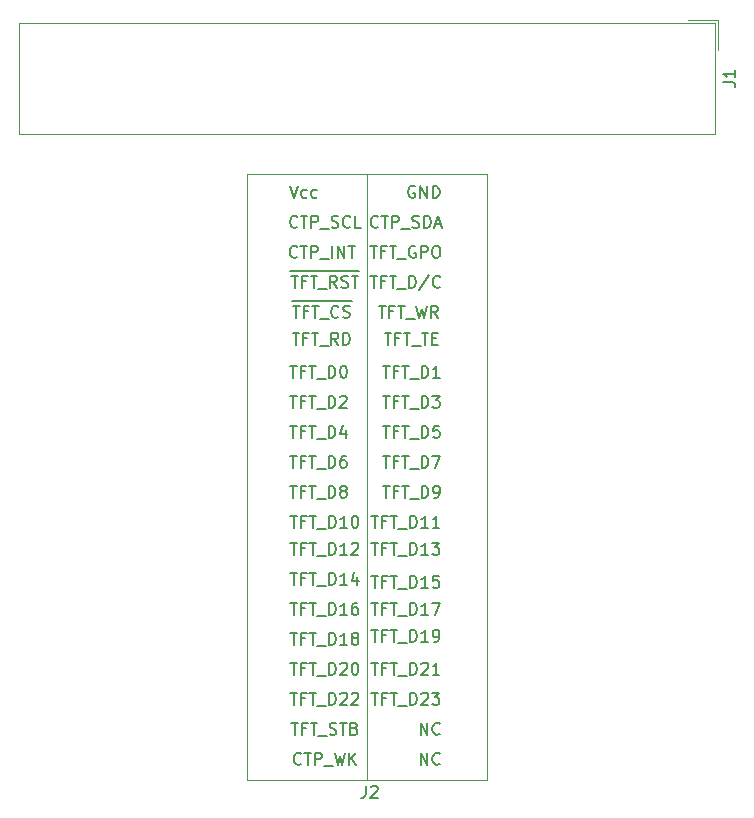
<source format=gto>
G04 #@! TF.GenerationSoftware,KiCad,Pcbnew,(5.1.5)-3*
G04 #@! TF.CreationDate,2020-05-25T10:48:09-05:00*
G04 #@! TF.ProjectId,breakout_board_2x20,62726561-6b6f-4757-945f-626f6172645f,rev?*
G04 #@! TF.SameCoordinates,Original*
G04 #@! TF.FileFunction,Legend,Top*
G04 #@! TF.FilePolarity,Positive*
%FSLAX46Y46*%
G04 Gerber Fmt 4.6, Leading zero omitted, Abs format (unit mm)*
G04 Created by KiCad (PCBNEW (5.1.5)-3) date 2020-05-25 10:48:09*
%MOMM*%
%LPD*%
G04 APERTURE LIST*
%ADD10C,0.120000*%
%ADD11C,0.150000*%
G04 APERTURE END LIST*
D10*
X154940000Y-46228000D02*
X154940000Y-97536000D01*
X144780000Y-97536000D02*
X165100000Y-97536000D01*
X144780000Y-46228000D02*
X144780000Y-97536000D01*
X165100000Y-46228000D02*
X165100000Y-97536000D01*
X144780000Y-46228000D02*
X165100000Y-46228000D01*
X184670000Y-33175000D02*
X184670000Y-35715000D01*
X184670000Y-33175000D02*
X182130000Y-33175000D01*
X184420000Y-33425000D02*
X184420000Y-42775000D01*
X125460000Y-33425000D02*
X184420000Y-33425000D01*
X125460000Y-42775000D02*
X125460000Y-33425000D01*
X184420000Y-42775000D02*
X125460000Y-42775000D01*
D11*
X154860666Y-98004380D02*
X154860666Y-98718666D01*
X154813047Y-98861523D01*
X154717809Y-98956761D01*
X154574952Y-99004380D01*
X154479714Y-99004380D01*
X155289238Y-98099619D02*
X155336857Y-98052000D01*
X155432095Y-98004380D01*
X155670190Y-98004380D01*
X155765428Y-98052000D01*
X155813047Y-98099619D01*
X155860666Y-98194857D01*
X155860666Y-98290095D01*
X155813047Y-98432952D01*
X155241619Y-99004380D01*
X155860666Y-99004380D01*
X159488285Y-96210380D02*
X159488285Y-95210380D01*
X160059714Y-96210380D01*
X160059714Y-95210380D01*
X161107333Y-96115142D02*
X161059714Y-96162761D01*
X160916857Y-96210380D01*
X160821619Y-96210380D01*
X160678761Y-96162761D01*
X160583523Y-96067523D01*
X160535904Y-95972285D01*
X160488285Y-95781809D01*
X160488285Y-95638952D01*
X160535904Y-95448476D01*
X160583523Y-95353238D01*
X160678761Y-95258000D01*
X160821619Y-95210380D01*
X160916857Y-95210380D01*
X161059714Y-95258000D01*
X161107333Y-95305619D01*
X159488285Y-93670380D02*
X159488285Y-92670380D01*
X160059714Y-93670380D01*
X160059714Y-92670380D01*
X161107333Y-93575142D02*
X161059714Y-93622761D01*
X160916857Y-93670380D01*
X160821619Y-93670380D01*
X160678761Y-93622761D01*
X160583523Y-93527523D01*
X160535904Y-93432285D01*
X160488285Y-93241809D01*
X160488285Y-93098952D01*
X160535904Y-92908476D01*
X160583523Y-92813238D01*
X160678761Y-92718000D01*
X160821619Y-92670380D01*
X160916857Y-92670380D01*
X161059714Y-92718000D01*
X161107333Y-92765619D01*
X149360190Y-96115142D02*
X149312571Y-96162761D01*
X149169714Y-96210380D01*
X149074476Y-96210380D01*
X148931619Y-96162761D01*
X148836380Y-96067523D01*
X148788761Y-95972285D01*
X148741142Y-95781809D01*
X148741142Y-95638952D01*
X148788761Y-95448476D01*
X148836380Y-95353238D01*
X148931619Y-95258000D01*
X149074476Y-95210380D01*
X149169714Y-95210380D01*
X149312571Y-95258000D01*
X149360190Y-95305619D01*
X149645904Y-95210380D02*
X150217333Y-95210380D01*
X149931619Y-96210380D02*
X149931619Y-95210380D01*
X150550666Y-96210380D02*
X150550666Y-95210380D01*
X150931619Y-95210380D01*
X151026857Y-95258000D01*
X151074476Y-95305619D01*
X151122095Y-95400857D01*
X151122095Y-95543714D01*
X151074476Y-95638952D01*
X151026857Y-95686571D01*
X150931619Y-95734190D01*
X150550666Y-95734190D01*
X151312571Y-96305619D02*
X152074476Y-96305619D01*
X152217333Y-95210380D02*
X152455428Y-96210380D01*
X152645904Y-95496095D01*
X152836380Y-96210380D01*
X153074476Y-95210380D01*
X153455428Y-96210380D02*
X153455428Y-95210380D01*
X154026857Y-96210380D02*
X153598285Y-95638952D01*
X154026857Y-95210380D02*
X153455428Y-95781809D01*
X148550666Y-92670380D02*
X149122095Y-92670380D01*
X148836380Y-93670380D02*
X148836380Y-92670380D01*
X149788761Y-93146571D02*
X149455428Y-93146571D01*
X149455428Y-93670380D02*
X149455428Y-92670380D01*
X149931619Y-92670380D01*
X150169714Y-92670380D02*
X150741142Y-92670380D01*
X150455428Y-93670380D02*
X150455428Y-92670380D01*
X150836380Y-93765619D02*
X151598285Y-93765619D01*
X151788761Y-93622761D02*
X151931619Y-93670380D01*
X152169714Y-93670380D01*
X152264952Y-93622761D01*
X152312571Y-93575142D01*
X152360190Y-93479904D01*
X152360190Y-93384666D01*
X152312571Y-93289428D01*
X152264952Y-93241809D01*
X152169714Y-93194190D01*
X151979238Y-93146571D01*
X151884000Y-93098952D01*
X151836380Y-93051333D01*
X151788761Y-92956095D01*
X151788761Y-92860857D01*
X151836380Y-92765619D01*
X151884000Y-92718000D01*
X151979238Y-92670380D01*
X152217333Y-92670380D01*
X152360190Y-92718000D01*
X152645904Y-92670380D02*
X153217333Y-92670380D01*
X152931619Y-93670380D02*
X152931619Y-92670380D01*
X153884000Y-93146571D02*
X154026857Y-93194190D01*
X154074476Y-93241809D01*
X154122095Y-93337047D01*
X154122095Y-93479904D01*
X154074476Y-93575142D01*
X154026857Y-93622761D01*
X153931619Y-93670380D01*
X153550666Y-93670380D01*
X153550666Y-92670380D01*
X153884000Y-92670380D01*
X153979238Y-92718000D01*
X154026857Y-92765619D01*
X154074476Y-92860857D01*
X154074476Y-92956095D01*
X154026857Y-93051333D01*
X153979238Y-93098952D01*
X153884000Y-93146571D01*
X153550666Y-93146571D01*
X155313428Y-90130380D02*
X155884857Y-90130380D01*
X155599142Y-91130380D02*
X155599142Y-90130380D01*
X156551523Y-90606571D02*
X156218190Y-90606571D01*
X156218190Y-91130380D02*
X156218190Y-90130380D01*
X156694380Y-90130380D01*
X156932476Y-90130380D02*
X157503904Y-90130380D01*
X157218190Y-91130380D02*
X157218190Y-90130380D01*
X157599142Y-91225619D02*
X158361047Y-91225619D01*
X158599142Y-91130380D02*
X158599142Y-90130380D01*
X158837238Y-90130380D01*
X158980095Y-90178000D01*
X159075333Y-90273238D01*
X159122952Y-90368476D01*
X159170571Y-90558952D01*
X159170571Y-90701809D01*
X159122952Y-90892285D01*
X159075333Y-90987523D01*
X158980095Y-91082761D01*
X158837238Y-91130380D01*
X158599142Y-91130380D01*
X159551523Y-90225619D02*
X159599142Y-90178000D01*
X159694380Y-90130380D01*
X159932476Y-90130380D01*
X160027714Y-90178000D01*
X160075333Y-90225619D01*
X160122952Y-90320857D01*
X160122952Y-90416095D01*
X160075333Y-90558952D01*
X159503904Y-91130380D01*
X160122952Y-91130380D01*
X160456285Y-90130380D02*
X161075333Y-90130380D01*
X160742000Y-90511333D01*
X160884857Y-90511333D01*
X160980095Y-90558952D01*
X161027714Y-90606571D01*
X161075333Y-90701809D01*
X161075333Y-90939904D01*
X161027714Y-91035142D01*
X160980095Y-91082761D01*
X160884857Y-91130380D01*
X160599142Y-91130380D01*
X160503904Y-91082761D01*
X160456285Y-91035142D01*
X155313428Y-87590380D02*
X155884857Y-87590380D01*
X155599142Y-88590380D02*
X155599142Y-87590380D01*
X156551523Y-88066571D02*
X156218190Y-88066571D01*
X156218190Y-88590380D02*
X156218190Y-87590380D01*
X156694380Y-87590380D01*
X156932476Y-87590380D02*
X157503904Y-87590380D01*
X157218190Y-88590380D02*
X157218190Y-87590380D01*
X157599142Y-88685619D02*
X158361047Y-88685619D01*
X158599142Y-88590380D02*
X158599142Y-87590380D01*
X158837238Y-87590380D01*
X158980095Y-87638000D01*
X159075333Y-87733238D01*
X159122952Y-87828476D01*
X159170571Y-88018952D01*
X159170571Y-88161809D01*
X159122952Y-88352285D01*
X159075333Y-88447523D01*
X158980095Y-88542761D01*
X158837238Y-88590380D01*
X158599142Y-88590380D01*
X159551523Y-87685619D02*
X159599142Y-87638000D01*
X159694380Y-87590380D01*
X159932476Y-87590380D01*
X160027714Y-87638000D01*
X160075333Y-87685619D01*
X160122952Y-87780857D01*
X160122952Y-87876095D01*
X160075333Y-88018952D01*
X159503904Y-88590380D01*
X160122952Y-88590380D01*
X161075333Y-88590380D02*
X160503904Y-88590380D01*
X160789619Y-88590380D02*
X160789619Y-87590380D01*
X160694380Y-87733238D01*
X160599142Y-87828476D01*
X160503904Y-87876095D01*
X155313428Y-84796380D02*
X155884857Y-84796380D01*
X155599142Y-85796380D02*
X155599142Y-84796380D01*
X156551523Y-85272571D02*
X156218190Y-85272571D01*
X156218190Y-85796380D02*
X156218190Y-84796380D01*
X156694380Y-84796380D01*
X156932476Y-84796380D02*
X157503904Y-84796380D01*
X157218190Y-85796380D02*
X157218190Y-84796380D01*
X157599142Y-85891619D02*
X158361047Y-85891619D01*
X158599142Y-85796380D02*
X158599142Y-84796380D01*
X158837238Y-84796380D01*
X158980095Y-84844000D01*
X159075333Y-84939238D01*
X159122952Y-85034476D01*
X159170571Y-85224952D01*
X159170571Y-85367809D01*
X159122952Y-85558285D01*
X159075333Y-85653523D01*
X158980095Y-85748761D01*
X158837238Y-85796380D01*
X158599142Y-85796380D01*
X160122952Y-85796380D02*
X159551523Y-85796380D01*
X159837238Y-85796380D02*
X159837238Y-84796380D01*
X159742000Y-84939238D01*
X159646761Y-85034476D01*
X159551523Y-85082095D01*
X160599142Y-85796380D02*
X160789619Y-85796380D01*
X160884857Y-85748761D01*
X160932476Y-85701142D01*
X161027714Y-85558285D01*
X161075333Y-85367809D01*
X161075333Y-84986857D01*
X161027714Y-84891619D01*
X160980095Y-84844000D01*
X160884857Y-84796380D01*
X160694380Y-84796380D01*
X160599142Y-84844000D01*
X160551523Y-84891619D01*
X160503904Y-84986857D01*
X160503904Y-85224952D01*
X160551523Y-85320190D01*
X160599142Y-85367809D01*
X160694380Y-85415428D01*
X160884857Y-85415428D01*
X160980095Y-85367809D01*
X161027714Y-85320190D01*
X161075333Y-85224952D01*
X155313428Y-82510380D02*
X155884857Y-82510380D01*
X155599142Y-83510380D02*
X155599142Y-82510380D01*
X156551523Y-82986571D02*
X156218190Y-82986571D01*
X156218190Y-83510380D02*
X156218190Y-82510380D01*
X156694380Y-82510380D01*
X156932476Y-82510380D02*
X157503904Y-82510380D01*
X157218190Y-83510380D02*
X157218190Y-82510380D01*
X157599142Y-83605619D02*
X158361047Y-83605619D01*
X158599142Y-83510380D02*
X158599142Y-82510380D01*
X158837238Y-82510380D01*
X158980095Y-82558000D01*
X159075333Y-82653238D01*
X159122952Y-82748476D01*
X159170571Y-82938952D01*
X159170571Y-83081809D01*
X159122952Y-83272285D01*
X159075333Y-83367523D01*
X158980095Y-83462761D01*
X158837238Y-83510380D01*
X158599142Y-83510380D01*
X160122952Y-83510380D02*
X159551523Y-83510380D01*
X159837238Y-83510380D02*
X159837238Y-82510380D01*
X159742000Y-82653238D01*
X159646761Y-82748476D01*
X159551523Y-82796095D01*
X160456285Y-82510380D02*
X161122952Y-82510380D01*
X160694380Y-83510380D01*
X155313428Y-80224380D02*
X155884857Y-80224380D01*
X155599142Y-81224380D02*
X155599142Y-80224380D01*
X156551523Y-80700571D02*
X156218190Y-80700571D01*
X156218190Y-81224380D02*
X156218190Y-80224380D01*
X156694380Y-80224380D01*
X156932476Y-80224380D02*
X157503904Y-80224380D01*
X157218190Y-81224380D02*
X157218190Y-80224380D01*
X157599142Y-81319619D02*
X158361047Y-81319619D01*
X158599142Y-81224380D02*
X158599142Y-80224380D01*
X158837238Y-80224380D01*
X158980095Y-80272000D01*
X159075333Y-80367238D01*
X159122952Y-80462476D01*
X159170571Y-80652952D01*
X159170571Y-80795809D01*
X159122952Y-80986285D01*
X159075333Y-81081523D01*
X158980095Y-81176761D01*
X158837238Y-81224380D01*
X158599142Y-81224380D01*
X160122952Y-81224380D02*
X159551523Y-81224380D01*
X159837238Y-81224380D02*
X159837238Y-80224380D01*
X159742000Y-80367238D01*
X159646761Y-80462476D01*
X159551523Y-80510095D01*
X161027714Y-80224380D02*
X160551523Y-80224380D01*
X160503904Y-80700571D01*
X160551523Y-80652952D01*
X160646761Y-80605333D01*
X160884857Y-80605333D01*
X160980095Y-80652952D01*
X161027714Y-80700571D01*
X161075333Y-80795809D01*
X161075333Y-81033904D01*
X161027714Y-81129142D01*
X160980095Y-81176761D01*
X160884857Y-81224380D01*
X160646761Y-81224380D01*
X160551523Y-81176761D01*
X160503904Y-81129142D01*
X155313428Y-77430380D02*
X155884857Y-77430380D01*
X155599142Y-78430380D02*
X155599142Y-77430380D01*
X156551523Y-77906571D02*
X156218190Y-77906571D01*
X156218190Y-78430380D02*
X156218190Y-77430380D01*
X156694380Y-77430380D01*
X156932476Y-77430380D02*
X157503904Y-77430380D01*
X157218190Y-78430380D02*
X157218190Y-77430380D01*
X157599142Y-78525619D02*
X158361047Y-78525619D01*
X158599142Y-78430380D02*
X158599142Y-77430380D01*
X158837238Y-77430380D01*
X158980095Y-77478000D01*
X159075333Y-77573238D01*
X159122952Y-77668476D01*
X159170571Y-77858952D01*
X159170571Y-78001809D01*
X159122952Y-78192285D01*
X159075333Y-78287523D01*
X158980095Y-78382761D01*
X158837238Y-78430380D01*
X158599142Y-78430380D01*
X160122952Y-78430380D02*
X159551523Y-78430380D01*
X159837238Y-78430380D02*
X159837238Y-77430380D01*
X159742000Y-77573238D01*
X159646761Y-77668476D01*
X159551523Y-77716095D01*
X160456285Y-77430380D02*
X161075333Y-77430380D01*
X160742000Y-77811333D01*
X160884857Y-77811333D01*
X160980095Y-77858952D01*
X161027714Y-77906571D01*
X161075333Y-78001809D01*
X161075333Y-78239904D01*
X161027714Y-78335142D01*
X160980095Y-78382761D01*
X160884857Y-78430380D01*
X160599142Y-78430380D01*
X160503904Y-78382761D01*
X160456285Y-78335142D01*
X148455428Y-90130380D02*
X149026857Y-90130380D01*
X148741142Y-91130380D02*
X148741142Y-90130380D01*
X149693523Y-90606571D02*
X149360190Y-90606571D01*
X149360190Y-91130380D02*
X149360190Y-90130380D01*
X149836380Y-90130380D01*
X150074476Y-90130380D02*
X150645904Y-90130380D01*
X150360190Y-91130380D02*
X150360190Y-90130380D01*
X150741142Y-91225619D02*
X151503047Y-91225619D01*
X151741142Y-91130380D02*
X151741142Y-90130380D01*
X151979238Y-90130380D01*
X152122095Y-90178000D01*
X152217333Y-90273238D01*
X152264952Y-90368476D01*
X152312571Y-90558952D01*
X152312571Y-90701809D01*
X152264952Y-90892285D01*
X152217333Y-90987523D01*
X152122095Y-91082761D01*
X151979238Y-91130380D01*
X151741142Y-91130380D01*
X152693523Y-90225619D02*
X152741142Y-90178000D01*
X152836380Y-90130380D01*
X153074476Y-90130380D01*
X153169714Y-90178000D01*
X153217333Y-90225619D01*
X153264952Y-90320857D01*
X153264952Y-90416095D01*
X153217333Y-90558952D01*
X152645904Y-91130380D01*
X153264952Y-91130380D01*
X153645904Y-90225619D02*
X153693523Y-90178000D01*
X153788761Y-90130380D01*
X154026857Y-90130380D01*
X154122095Y-90178000D01*
X154169714Y-90225619D01*
X154217333Y-90320857D01*
X154217333Y-90416095D01*
X154169714Y-90558952D01*
X153598285Y-91130380D01*
X154217333Y-91130380D01*
X148455428Y-87590380D02*
X149026857Y-87590380D01*
X148741142Y-88590380D02*
X148741142Y-87590380D01*
X149693523Y-88066571D02*
X149360190Y-88066571D01*
X149360190Y-88590380D02*
X149360190Y-87590380D01*
X149836380Y-87590380D01*
X150074476Y-87590380D02*
X150645904Y-87590380D01*
X150360190Y-88590380D02*
X150360190Y-87590380D01*
X150741142Y-88685619D02*
X151503047Y-88685619D01*
X151741142Y-88590380D02*
X151741142Y-87590380D01*
X151979238Y-87590380D01*
X152122095Y-87638000D01*
X152217333Y-87733238D01*
X152264952Y-87828476D01*
X152312571Y-88018952D01*
X152312571Y-88161809D01*
X152264952Y-88352285D01*
X152217333Y-88447523D01*
X152122095Y-88542761D01*
X151979238Y-88590380D01*
X151741142Y-88590380D01*
X152693523Y-87685619D02*
X152741142Y-87638000D01*
X152836380Y-87590380D01*
X153074476Y-87590380D01*
X153169714Y-87638000D01*
X153217333Y-87685619D01*
X153264952Y-87780857D01*
X153264952Y-87876095D01*
X153217333Y-88018952D01*
X152645904Y-88590380D01*
X153264952Y-88590380D01*
X153884000Y-87590380D02*
X153979238Y-87590380D01*
X154074476Y-87638000D01*
X154122095Y-87685619D01*
X154169714Y-87780857D01*
X154217333Y-87971333D01*
X154217333Y-88209428D01*
X154169714Y-88399904D01*
X154122095Y-88495142D01*
X154074476Y-88542761D01*
X153979238Y-88590380D01*
X153884000Y-88590380D01*
X153788761Y-88542761D01*
X153741142Y-88495142D01*
X153693523Y-88399904D01*
X153645904Y-88209428D01*
X153645904Y-87971333D01*
X153693523Y-87780857D01*
X153741142Y-87685619D01*
X153788761Y-87638000D01*
X153884000Y-87590380D01*
X148455428Y-85050380D02*
X149026857Y-85050380D01*
X148741142Y-86050380D02*
X148741142Y-85050380D01*
X149693523Y-85526571D02*
X149360190Y-85526571D01*
X149360190Y-86050380D02*
X149360190Y-85050380D01*
X149836380Y-85050380D01*
X150074476Y-85050380D02*
X150645904Y-85050380D01*
X150360190Y-86050380D02*
X150360190Y-85050380D01*
X150741142Y-86145619D02*
X151503047Y-86145619D01*
X151741142Y-86050380D02*
X151741142Y-85050380D01*
X151979238Y-85050380D01*
X152122095Y-85098000D01*
X152217333Y-85193238D01*
X152264952Y-85288476D01*
X152312571Y-85478952D01*
X152312571Y-85621809D01*
X152264952Y-85812285D01*
X152217333Y-85907523D01*
X152122095Y-86002761D01*
X151979238Y-86050380D01*
X151741142Y-86050380D01*
X153264952Y-86050380D02*
X152693523Y-86050380D01*
X152979238Y-86050380D02*
X152979238Y-85050380D01*
X152884000Y-85193238D01*
X152788761Y-85288476D01*
X152693523Y-85336095D01*
X153836380Y-85478952D02*
X153741142Y-85431333D01*
X153693523Y-85383714D01*
X153645904Y-85288476D01*
X153645904Y-85240857D01*
X153693523Y-85145619D01*
X153741142Y-85098000D01*
X153836380Y-85050380D01*
X154026857Y-85050380D01*
X154122095Y-85098000D01*
X154169714Y-85145619D01*
X154217333Y-85240857D01*
X154217333Y-85288476D01*
X154169714Y-85383714D01*
X154122095Y-85431333D01*
X154026857Y-85478952D01*
X153836380Y-85478952D01*
X153741142Y-85526571D01*
X153693523Y-85574190D01*
X153645904Y-85669428D01*
X153645904Y-85859904D01*
X153693523Y-85955142D01*
X153741142Y-86002761D01*
X153836380Y-86050380D01*
X154026857Y-86050380D01*
X154122095Y-86002761D01*
X154169714Y-85955142D01*
X154217333Y-85859904D01*
X154217333Y-85669428D01*
X154169714Y-85574190D01*
X154122095Y-85526571D01*
X154026857Y-85478952D01*
X148455428Y-82510380D02*
X149026857Y-82510380D01*
X148741142Y-83510380D02*
X148741142Y-82510380D01*
X149693523Y-82986571D02*
X149360190Y-82986571D01*
X149360190Y-83510380D02*
X149360190Y-82510380D01*
X149836380Y-82510380D01*
X150074476Y-82510380D02*
X150645904Y-82510380D01*
X150360190Y-83510380D02*
X150360190Y-82510380D01*
X150741142Y-83605619D02*
X151503047Y-83605619D01*
X151741142Y-83510380D02*
X151741142Y-82510380D01*
X151979238Y-82510380D01*
X152122095Y-82558000D01*
X152217333Y-82653238D01*
X152264952Y-82748476D01*
X152312571Y-82938952D01*
X152312571Y-83081809D01*
X152264952Y-83272285D01*
X152217333Y-83367523D01*
X152122095Y-83462761D01*
X151979238Y-83510380D01*
X151741142Y-83510380D01*
X153264952Y-83510380D02*
X152693523Y-83510380D01*
X152979238Y-83510380D02*
X152979238Y-82510380D01*
X152884000Y-82653238D01*
X152788761Y-82748476D01*
X152693523Y-82796095D01*
X154122095Y-82510380D02*
X153931619Y-82510380D01*
X153836380Y-82558000D01*
X153788761Y-82605619D01*
X153693523Y-82748476D01*
X153645904Y-82938952D01*
X153645904Y-83319904D01*
X153693523Y-83415142D01*
X153741142Y-83462761D01*
X153836380Y-83510380D01*
X154026857Y-83510380D01*
X154122095Y-83462761D01*
X154169714Y-83415142D01*
X154217333Y-83319904D01*
X154217333Y-83081809D01*
X154169714Y-82986571D01*
X154122095Y-82938952D01*
X154026857Y-82891333D01*
X153836380Y-82891333D01*
X153741142Y-82938952D01*
X153693523Y-82986571D01*
X153645904Y-83081809D01*
X148455428Y-79970380D02*
X149026857Y-79970380D01*
X148741142Y-80970380D02*
X148741142Y-79970380D01*
X149693523Y-80446571D02*
X149360190Y-80446571D01*
X149360190Y-80970380D02*
X149360190Y-79970380D01*
X149836380Y-79970380D01*
X150074476Y-79970380D02*
X150645904Y-79970380D01*
X150360190Y-80970380D02*
X150360190Y-79970380D01*
X150741142Y-81065619D02*
X151503047Y-81065619D01*
X151741142Y-80970380D02*
X151741142Y-79970380D01*
X151979238Y-79970380D01*
X152122095Y-80018000D01*
X152217333Y-80113238D01*
X152264952Y-80208476D01*
X152312571Y-80398952D01*
X152312571Y-80541809D01*
X152264952Y-80732285D01*
X152217333Y-80827523D01*
X152122095Y-80922761D01*
X151979238Y-80970380D01*
X151741142Y-80970380D01*
X153264952Y-80970380D02*
X152693523Y-80970380D01*
X152979238Y-80970380D02*
X152979238Y-79970380D01*
X152884000Y-80113238D01*
X152788761Y-80208476D01*
X152693523Y-80256095D01*
X154122095Y-80303714D02*
X154122095Y-80970380D01*
X153884000Y-79922761D02*
X153645904Y-80637047D01*
X154264952Y-80637047D01*
X148455428Y-77430380D02*
X149026857Y-77430380D01*
X148741142Y-78430380D02*
X148741142Y-77430380D01*
X149693523Y-77906571D02*
X149360190Y-77906571D01*
X149360190Y-78430380D02*
X149360190Y-77430380D01*
X149836380Y-77430380D01*
X150074476Y-77430380D02*
X150645904Y-77430380D01*
X150360190Y-78430380D02*
X150360190Y-77430380D01*
X150741142Y-78525619D02*
X151503047Y-78525619D01*
X151741142Y-78430380D02*
X151741142Y-77430380D01*
X151979238Y-77430380D01*
X152122095Y-77478000D01*
X152217333Y-77573238D01*
X152264952Y-77668476D01*
X152312571Y-77858952D01*
X152312571Y-78001809D01*
X152264952Y-78192285D01*
X152217333Y-78287523D01*
X152122095Y-78382761D01*
X151979238Y-78430380D01*
X151741142Y-78430380D01*
X153264952Y-78430380D02*
X152693523Y-78430380D01*
X152979238Y-78430380D02*
X152979238Y-77430380D01*
X152884000Y-77573238D01*
X152788761Y-77668476D01*
X152693523Y-77716095D01*
X153645904Y-77525619D02*
X153693523Y-77478000D01*
X153788761Y-77430380D01*
X154026857Y-77430380D01*
X154122095Y-77478000D01*
X154169714Y-77525619D01*
X154217333Y-77620857D01*
X154217333Y-77716095D01*
X154169714Y-77858952D01*
X153598285Y-78430380D01*
X154217333Y-78430380D01*
X155313428Y-75144380D02*
X155884857Y-75144380D01*
X155599142Y-76144380D02*
X155599142Y-75144380D01*
X156551523Y-75620571D02*
X156218190Y-75620571D01*
X156218190Y-76144380D02*
X156218190Y-75144380D01*
X156694380Y-75144380D01*
X156932476Y-75144380D02*
X157503904Y-75144380D01*
X157218190Y-76144380D02*
X157218190Y-75144380D01*
X157599142Y-76239619D02*
X158361047Y-76239619D01*
X158599142Y-76144380D02*
X158599142Y-75144380D01*
X158837238Y-75144380D01*
X158980095Y-75192000D01*
X159075333Y-75287238D01*
X159122952Y-75382476D01*
X159170571Y-75572952D01*
X159170571Y-75715809D01*
X159122952Y-75906285D01*
X159075333Y-76001523D01*
X158980095Y-76096761D01*
X158837238Y-76144380D01*
X158599142Y-76144380D01*
X160122952Y-76144380D02*
X159551523Y-76144380D01*
X159837238Y-76144380D02*
X159837238Y-75144380D01*
X159742000Y-75287238D01*
X159646761Y-75382476D01*
X159551523Y-75430095D01*
X161075333Y-76144380D02*
X160503904Y-76144380D01*
X160789619Y-76144380D02*
X160789619Y-75144380D01*
X160694380Y-75287238D01*
X160599142Y-75382476D01*
X160503904Y-75430095D01*
X148455428Y-75144380D02*
X149026857Y-75144380D01*
X148741142Y-76144380D02*
X148741142Y-75144380D01*
X149693523Y-75620571D02*
X149360190Y-75620571D01*
X149360190Y-76144380D02*
X149360190Y-75144380D01*
X149836380Y-75144380D01*
X150074476Y-75144380D02*
X150645904Y-75144380D01*
X150360190Y-76144380D02*
X150360190Y-75144380D01*
X150741142Y-76239619D02*
X151503047Y-76239619D01*
X151741142Y-76144380D02*
X151741142Y-75144380D01*
X151979238Y-75144380D01*
X152122095Y-75192000D01*
X152217333Y-75287238D01*
X152264952Y-75382476D01*
X152312571Y-75572952D01*
X152312571Y-75715809D01*
X152264952Y-75906285D01*
X152217333Y-76001523D01*
X152122095Y-76096761D01*
X151979238Y-76144380D01*
X151741142Y-76144380D01*
X153264952Y-76144380D02*
X152693523Y-76144380D01*
X152979238Y-76144380D02*
X152979238Y-75144380D01*
X152884000Y-75287238D01*
X152788761Y-75382476D01*
X152693523Y-75430095D01*
X153884000Y-75144380D02*
X153979238Y-75144380D01*
X154074476Y-75192000D01*
X154122095Y-75239619D01*
X154169714Y-75334857D01*
X154217333Y-75525333D01*
X154217333Y-75763428D01*
X154169714Y-75953904D01*
X154122095Y-76049142D01*
X154074476Y-76096761D01*
X153979238Y-76144380D01*
X153884000Y-76144380D01*
X153788761Y-76096761D01*
X153741142Y-76049142D01*
X153693523Y-75953904D01*
X153645904Y-75763428D01*
X153645904Y-75525333D01*
X153693523Y-75334857D01*
X153741142Y-75239619D01*
X153788761Y-75192000D01*
X153884000Y-75144380D01*
X156297619Y-72604380D02*
X156869047Y-72604380D01*
X156583333Y-73604380D02*
X156583333Y-72604380D01*
X157535714Y-73080571D02*
X157202380Y-73080571D01*
X157202380Y-73604380D02*
X157202380Y-72604380D01*
X157678571Y-72604380D01*
X157916666Y-72604380D02*
X158488095Y-72604380D01*
X158202380Y-73604380D02*
X158202380Y-72604380D01*
X158583333Y-73699619D02*
X159345238Y-73699619D01*
X159583333Y-73604380D02*
X159583333Y-72604380D01*
X159821428Y-72604380D01*
X159964285Y-72652000D01*
X160059523Y-72747238D01*
X160107142Y-72842476D01*
X160154761Y-73032952D01*
X160154761Y-73175809D01*
X160107142Y-73366285D01*
X160059523Y-73461523D01*
X159964285Y-73556761D01*
X159821428Y-73604380D01*
X159583333Y-73604380D01*
X160630952Y-73604380D02*
X160821428Y-73604380D01*
X160916666Y-73556761D01*
X160964285Y-73509142D01*
X161059523Y-73366285D01*
X161107142Y-73175809D01*
X161107142Y-72794857D01*
X161059523Y-72699619D01*
X161011904Y-72652000D01*
X160916666Y-72604380D01*
X160726190Y-72604380D01*
X160630952Y-72652000D01*
X160583333Y-72699619D01*
X160535714Y-72794857D01*
X160535714Y-73032952D01*
X160583333Y-73128190D01*
X160630952Y-73175809D01*
X160726190Y-73223428D01*
X160916666Y-73223428D01*
X161011904Y-73175809D01*
X161059523Y-73128190D01*
X161107142Y-73032952D01*
X148423619Y-72604380D02*
X148995047Y-72604380D01*
X148709333Y-73604380D02*
X148709333Y-72604380D01*
X149661714Y-73080571D02*
X149328380Y-73080571D01*
X149328380Y-73604380D02*
X149328380Y-72604380D01*
X149804571Y-72604380D01*
X150042666Y-72604380D02*
X150614095Y-72604380D01*
X150328380Y-73604380D02*
X150328380Y-72604380D01*
X150709333Y-73699619D02*
X151471238Y-73699619D01*
X151709333Y-73604380D02*
X151709333Y-72604380D01*
X151947428Y-72604380D01*
X152090285Y-72652000D01*
X152185523Y-72747238D01*
X152233142Y-72842476D01*
X152280761Y-73032952D01*
X152280761Y-73175809D01*
X152233142Y-73366285D01*
X152185523Y-73461523D01*
X152090285Y-73556761D01*
X151947428Y-73604380D01*
X151709333Y-73604380D01*
X152852190Y-73032952D02*
X152756952Y-72985333D01*
X152709333Y-72937714D01*
X152661714Y-72842476D01*
X152661714Y-72794857D01*
X152709333Y-72699619D01*
X152756952Y-72652000D01*
X152852190Y-72604380D01*
X153042666Y-72604380D01*
X153137904Y-72652000D01*
X153185523Y-72699619D01*
X153233142Y-72794857D01*
X153233142Y-72842476D01*
X153185523Y-72937714D01*
X153137904Y-72985333D01*
X153042666Y-73032952D01*
X152852190Y-73032952D01*
X152756952Y-73080571D01*
X152709333Y-73128190D01*
X152661714Y-73223428D01*
X152661714Y-73413904D01*
X152709333Y-73509142D01*
X152756952Y-73556761D01*
X152852190Y-73604380D01*
X153042666Y-73604380D01*
X153137904Y-73556761D01*
X153185523Y-73509142D01*
X153233142Y-73413904D01*
X153233142Y-73223428D01*
X153185523Y-73128190D01*
X153137904Y-73080571D01*
X153042666Y-73032952D01*
X156297619Y-70064380D02*
X156869047Y-70064380D01*
X156583333Y-71064380D02*
X156583333Y-70064380D01*
X157535714Y-70540571D02*
X157202380Y-70540571D01*
X157202380Y-71064380D02*
X157202380Y-70064380D01*
X157678571Y-70064380D01*
X157916666Y-70064380D02*
X158488095Y-70064380D01*
X158202380Y-71064380D02*
X158202380Y-70064380D01*
X158583333Y-71159619D02*
X159345238Y-71159619D01*
X159583333Y-71064380D02*
X159583333Y-70064380D01*
X159821428Y-70064380D01*
X159964285Y-70112000D01*
X160059523Y-70207238D01*
X160107142Y-70302476D01*
X160154761Y-70492952D01*
X160154761Y-70635809D01*
X160107142Y-70826285D01*
X160059523Y-70921523D01*
X159964285Y-71016761D01*
X159821428Y-71064380D01*
X159583333Y-71064380D01*
X160488095Y-70064380D02*
X161154761Y-70064380D01*
X160726190Y-71064380D01*
X148423619Y-70064380D02*
X148995047Y-70064380D01*
X148709333Y-71064380D02*
X148709333Y-70064380D01*
X149661714Y-70540571D02*
X149328380Y-70540571D01*
X149328380Y-71064380D02*
X149328380Y-70064380D01*
X149804571Y-70064380D01*
X150042666Y-70064380D02*
X150614095Y-70064380D01*
X150328380Y-71064380D02*
X150328380Y-70064380D01*
X150709333Y-71159619D02*
X151471238Y-71159619D01*
X151709333Y-71064380D02*
X151709333Y-70064380D01*
X151947428Y-70064380D01*
X152090285Y-70112000D01*
X152185523Y-70207238D01*
X152233142Y-70302476D01*
X152280761Y-70492952D01*
X152280761Y-70635809D01*
X152233142Y-70826285D01*
X152185523Y-70921523D01*
X152090285Y-71016761D01*
X151947428Y-71064380D01*
X151709333Y-71064380D01*
X153137904Y-70064380D02*
X152947428Y-70064380D01*
X152852190Y-70112000D01*
X152804571Y-70159619D01*
X152709333Y-70302476D01*
X152661714Y-70492952D01*
X152661714Y-70873904D01*
X152709333Y-70969142D01*
X152756952Y-71016761D01*
X152852190Y-71064380D01*
X153042666Y-71064380D01*
X153137904Y-71016761D01*
X153185523Y-70969142D01*
X153233142Y-70873904D01*
X153233142Y-70635809D01*
X153185523Y-70540571D01*
X153137904Y-70492952D01*
X153042666Y-70445333D01*
X152852190Y-70445333D01*
X152756952Y-70492952D01*
X152709333Y-70540571D01*
X152661714Y-70635809D01*
X156297619Y-67524380D02*
X156869047Y-67524380D01*
X156583333Y-68524380D02*
X156583333Y-67524380D01*
X157535714Y-68000571D02*
X157202380Y-68000571D01*
X157202380Y-68524380D02*
X157202380Y-67524380D01*
X157678571Y-67524380D01*
X157916666Y-67524380D02*
X158488095Y-67524380D01*
X158202380Y-68524380D02*
X158202380Y-67524380D01*
X158583333Y-68619619D02*
X159345238Y-68619619D01*
X159583333Y-68524380D02*
X159583333Y-67524380D01*
X159821428Y-67524380D01*
X159964285Y-67572000D01*
X160059523Y-67667238D01*
X160107142Y-67762476D01*
X160154761Y-67952952D01*
X160154761Y-68095809D01*
X160107142Y-68286285D01*
X160059523Y-68381523D01*
X159964285Y-68476761D01*
X159821428Y-68524380D01*
X159583333Y-68524380D01*
X161059523Y-67524380D02*
X160583333Y-67524380D01*
X160535714Y-68000571D01*
X160583333Y-67952952D01*
X160678571Y-67905333D01*
X160916666Y-67905333D01*
X161011904Y-67952952D01*
X161059523Y-68000571D01*
X161107142Y-68095809D01*
X161107142Y-68333904D01*
X161059523Y-68429142D01*
X161011904Y-68476761D01*
X160916666Y-68524380D01*
X160678571Y-68524380D01*
X160583333Y-68476761D01*
X160535714Y-68429142D01*
X148423619Y-67524380D02*
X148995047Y-67524380D01*
X148709333Y-68524380D02*
X148709333Y-67524380D01*
X149661714Y-68000571D02*
X149328380Y-68000571D01*
X149328380Y-68524380D02*
X149328380Y-67524380D01*
X149804571Y-67524380D01*
X150042666Y-67524380D02*
X150614095Y-67524380D01*
X150328380Y-68524380D02*
X150328380Y-67524380D01*
X150709333Y-68619619D02*
X151471238Y-68619619D01*
X151709333Y-68524380D02*
X151709333Y-67524380D01*
X151947428Y-67524380D01*
X152090285Y-67572000D01*
X152185523Y-67667238D01*
X152233142Y-67762476D01*
X152280761Y-67952952D01*
X152280761Y-68095809D01*
X152233142Y-68286285D01*
X152185523Y-68381523D01*
X152090285Y-68476761D01*
X151947428Y-68524380D01*
X151709333Y-68524380D01*
X153137904Y-67857714D02*
X153137904Y-68524380D01*
X152899809Y-67476761D02*
X152661714Y-68191047D01*
X153280761Y-68191047D01*
X156297619Y-64984380D02*
X156869047Y-64984380D01*
X156583333Y-65984380D02*
X156583333Y-64984380D01*
X157535714Y-65460571D02*
X157202380Y-65460571D01*
X157202380Y-65984380D02*
X157202380Y-64984380D01*
X157678571Y-64984380D01*
X157916666Y-64984380D02*
X158488095Y-64984380D01*
X158202380Y-65984380D02*
X158202380Y-64984380D01*
X158583333Y-66079619D02*
X159345238Y-66079619D01*
X159583333Y-65984380D02*
X159583333Y-64984380D01*
X159821428Y-64984380D01*
X159964285Y-65032000D01*
X160059523Y-65127238D01*
X160107142Y-65222476D01*
X160154761Y-65412952D01*
X160154761Y-65555809D01*
X160107142Y-65746285D01*
X160059523Y-65841523D01*
X159964285Y-65936761D01*
X159821428Y-65984380D01*
X159583333Y-65984380D01*
X160488095Y-64984380D02*
X161107142Y-64984380D01*
X160773809Y-65365333D01*
X160916666Y-65365333D01*
X161011904Y-65412952D01*
X161059523Y-65460571D01*
X161107142Y-65555809D01*
X161107142Y-65793904D01*
X161059523Y-65889142D01*
X161011904Y-65936761D01*
X160916666Y-65984380D01*
X160630952Y-65984380D01*
X160535714Y-65936761D01*
X160488095Y-65889142D01*
X148423619Y-64984380D02*
X148995047Y-64984380D01*
X148709333Y-65984380D02*
X148709333Y-64984380D01*
X149661714Y-65460571D02*
X149328380Y-65460571D01*
X149328380Y-65984380D02*
X149328380Y-64984380D01*
X149804571Y-64984380D01*
X150042666Y-64984380D02*
X150614095Y-64984380D01*
X150328380Y-65984380D02*
X150328380Y-64984380D01*
X150709333Y-66079619D02*
X151471238Y-66079619D01*
X151709333Y-65984380D02*
X151709333Y-64984380D01*
X151947428Y-64984380D01*
X152090285Y-65032000D01*
X152185523Y-65127238D01*
X152233142Y-65222476D01*
X152280761Y-65412952D01*
X152280761Y-65555809D01*
X152233142Y-65746285D01*
X152185523Y-65841523D01*
X152090285Y-65936761D01*
X151947428Y-65984380D01*
X151709333Y-65984380D01*
X152661714Y-65079619D02*
X152709333Y-65032000D01*
X152804571Y-64984380D01*
X153042666Y-64984380D01*
X153137904Y-65032000D01*
X153185523Y-65079619D01*
X153233142Y-65174857D01*
X153233142Y-65270095D01*
X153185523Y-65412952D01*
X152614095Y-65984380D01*
X153233142Y-65984380D01*
X156297619Y-62444380D02*
X156869047Y-62444380D01*
X156583333Y-63444380D02*
X156583333Y-62444380D01*
X157535714Y-62920571D02*
X157202380Y-62920571D01*
X157202380Y-63444380D02*
X157202380Y-62444380D01*
X157678571Y-62444380D01*
X157916666Y-62444380D02*
X158488095Y-62444380D01*
X158202380Y-63444380D02*
X158202380Y-62444380D01*
X158583333Y-63539619D02*
X159345238Y-63539619D01*
X159583333Y-63444380D02*
X159583333Y-62444380D01*
X159821428Y-62444380D01*
X159964285Y-62492000D01*
X160059523Y-62587238D01*
X160107142Y-62682476D01*
X160154761Y-62872952D01*
X160154761Y-63015809D01*
X160107142Y-63206285D01*
X160059523Y-63301523D01*
X159964285Y-63396761D01*
X159821428Y-63444380D01*
X159583333Y-63444380D01*
X161107142Y-63444380D02*
X160535714Y-63444380D01*
X160821428Y-63444380D02*
X160821428Y-62444380D01*
X160726190Y-62587238D01*
X160630952Y-62682476D01*
X160535714Y-62730095D01*
X148423619Y-62444380D02*
X148995047Y-62444380D01*
X148709333Y-63444380D02*
X148709333Y-62444380D01*
X149661714Y-62920571D02*
X149328380Y-62920571D01*
X149328380Y-63444380D02*
X149328380Y-62444380D01*
X149804571Y-62444380D01*
X150042666Y-62444380D02*
X150614095Y-62444380D01*
X150328380Y-63444380D02*
X150328380Y-62444380D01*
X150709333Y-63539619D02*
X151471238Y-63539619D01*
X151709333Y-63444380D02*
X151709333Y-62444380D01*
X151947428Y-62444380D01*
X152090285Y-62492000D01*
X152185523Y-62587238D01*
X152233142Y-62682476D01*
X152280761Y-62872952D01*
X152280761Y-63015809D01*
X152233142Y-63206285D01*
X152185523Y-63301523D01*
X152090285Y-63396761D01*
X151947428Y-63444380D01*
X151709333Y-63444380D01*
X152899809Y-62444380D02*
X152995047Y-62444380D01*
X153090285Y-62492000D01*
X153137904Y-62539619D01*
X153185523Y-62634857D01*
X153233142Y-62825333D01*
X153233142Y-63063428D01*
X153185523Y-63253904D01*
X153137904Y-63349142D01*
X153090285Y-63396761D01*
X152995047Y-63444380D01*
X152899809Y-63444380D01*
X152804571Y-63396761D01*
X152756952Y-63349142D01*
X152709333Y-63253904D01*
X152661714Y-63063428D01*
X152661714Y-62825333D01*
X152709333Y-62634857D01*
X152756952Y-62539619D01*
X152804571Y-62492000D01*
X152899809Y-62444380D01*
X156440476Y-59650380D02*
X157011904Y-59650380D01*
X156726190Y-60650380D02*
X156726190Y-59650380D01*
X157678571Y-60126571D02*
X157345238Y-60126571D01*
X157345238Y-60650380D02*
X157345238Y-59650380D01*
X157821428Y-59650380D01*
X158059523Y-59650380D02*
X158630952Y-59650380D01*
X158345238Y-60650380D02*
X158345238Y-59650380D01*
X158726190Y-60745619D02*
X159488095Y-60745619D01*
X159583333Y-59650380D02*
X160154761Y-59650380D01*
X159869047Y-60650380D02*
X159869047Y-59650380D01*
X160488095Y-60126571D02*
X160821428Y-60126571D01*
X160964285Y-60650380D02*
X160488095Y-60650380D01*
X160488095Y-59650380D01*
X160964285Y-59650380D01*
X148653809Y-59650380D02*
X149225238Y-59650380D01*
X148939523Y-60650380D02*
X148939523Y-59650380D01*
X149891904Y-60126571D02*
X149558571Y-60126571D01*
X149558571Y-60650380D02*
X149558571Y-59650380D01*
X150034761Y-59650380D01*
X150272857Y-59650380D02*
X150844285Y-59650380D01*
X150558571Y-60650380D02*
X150558571Y-59650380D01*
X150939523Y-60745619D02*
X151701428Y-60745619D01*
X152510952Y-60650380D02*
X152177619Y-60174190D01*
X151939523Y-60650380D02*
X151939523Y-59650380D01*
X152320476Y-59650380D01*
X152415714Y-59698000D01*
X152463333Y-59745619D01*
X152510952Y-59840857D01*
X152510952Y-59983714D01*
X152463333Y-60078952D01*
X152415714Y-60126571D01*
X152320476Y-60174190D01*
X151939523Y-60174190D01*
X152939523Y-60650380D02*
X152939523Y-59650380D01*
X153177619Y-59650380D01*
X153320476Y-59698000D01*
X153415714Y-59793238D01*
X153463333Y-59888476D01*
X153510952Y-60078952D01*
X153510952Y-60221809D01*
X153463333Y-60412285D01*
X153415714Y-60507523D01*
X153320476Y-60602761D01*
X153177619Y-60650380D01*
X152939523Y-60650380D01*
X155948380Y-57364380D02*
X156519809Y-57364380D01*
X156234095Y-58364380D02*
X156234095Y-57364380D01*
X157186476Y-57840571D02*
X156853142Y-57840571D01*
X156853142Y-58364380D02*
X156853142Y-57364380D01*
X157329333Y-57364380D01*
X157567428Y-57364380D02*
X158138857Y-57364380D01*
X157853142Y-58364380D02*
X157853142Y-57364380D01*
X158234095Y-58459619D02*
X158996000Y-58459619D01*
X159138857Y-57364380D02*
X159376952Y-58364380D01*
X159567428Y-57650095D01*
X159757904Y-58364380D01*
X159996000Y-57364380D01*
X160948380Y-58364380D02*
X160615047Y-57888190D01*
X160376952Y-58364380D02*
X160376952Y-57364380D01*
X160757904Y-57364380D01*
X160853142Y-57412000D01*
X160900761Y-57459619D01*
X160948380Y-57554857D01*
X160948380Y-57697714D01*
X160900761Y-57792952D01*
X160853142Y-57840571D01*
X160757904Y-57888190D01*
X160376952Y-57888190D01*
X148582380Y-56997000D02*
X149344285Y-56997000D01*
X148677619Y-57364380D02*
X149249047Y-57364380D01*
X148963333Y-58364380D02*
X148963333Y-57364380D01*
X149344285Y-56997000D02*
X150201428Y-56997000D01*
X149915714Y-57840571D02*
X149582380Y-57840571D01*
X149582380Y-58364380D02*
X149582380Y-57364380D01*
X150058571Y-57364380D01*
X150201428Y-56997000D02*
X150963333Y-56997000D01*
X150296666Y-57364380D02*
X150868095Y-57364380D01*
X150582380Y-58364380D02*
X150582380Y-57364380D01*
X150963333Y-56997000D02*
X151725238Y-56997000D01*
X150963333Y-58459619D02*
X151725238Y-58459619D01*
X151725238Y-56997000D02*
X152725238Y-56997000D01*
X152534761Y-58269142D02*
X152487142Y-58316761D01*
X152344285Y-58364380D01*
X152249047Y-58364380D01*
X152106190Y-58316761D01*
X152010952Y-58221523D01*
X151963333Y-58126285D01*
X151915714Y-57935809D01*
X151915714Y-57792952D01*
X151963333Y-57602476D01*
X152010952Y-57507238D01*
X152106190Y-57412000D01*
X152249047Y-57364380D01*
X152344285Y-57364380D01*
X152487142Y-57412000D01*
X152534761Y-57459619D01*
X152725238Y-56997000D02*
X153677619Y-56997000D01*
X152915714Y-58316761D02*
X153058571Y-58364380D01*
X153296666Y-58364380D01*
X153391904Y-58316761D01*
X153439523Y-58269142D01*
X153487142Y-58173904D01*
X153487142Y-58078666D01*
X153439523Y-57983428D01*
X153391904Y-57935809D01*
X153296666Y-57888190D01*
X153106190Y-57840571D01*
X153010952Y-57792952D01*
X152963333Y-57745333D01*
X152915714Y-57650095D01*
X152915714Y-57554857D01*
X152963333Y-57459619D01*
X153010952Y-57412000D01*
X153106190Y-57364380D01*
X153344285Y-57364380D01*
X153487142Y-57412000D01*
X148455428Y-54457000D02*
X149217333Y-54457000D01*
X148550666Y-54824380D02*
X149122095Y-54824380D01*
X148836380Y-55824380D02*
X148836380Y-54824380D01*
X149217333Y-54457000D02*
X150074476Y-54457000D01*
X149788761Y-55300571D02*
X149455428Y-55300571D01*
X149455428Y-55824380D02*
X149455428Y-54824380D01*
X149931619Y-54824380D01*
X150074476Y-54457000D02*
X150836380Y-54457000D01*
X150169714Y-54824380D02*
X150741142Y-54824380D01*
X150455428Y-55824380D02*
X150455428Y-54824380D01*
X150836380Y-54457000D02*
X151598285Y-54457000D01*
X150836380Y-55919619D02*
X151598285Y-55919619D01*
X151598285Y-54457000D02*
X152598285Y-54457000D01*
X152407809Y-55824380D02*
X152074476Y-55348190D01*
X151836380Y-55824380D02*
X151836380Y-54824380D01*
X152217333Y-54824380D01*
X152312571Y-54872000D01*
X152360190Y-54919619D01*
X152407809Y-55014857D01*
X152407809Y-55157714D01*
X152360190Y-55252952D01*
X152312571Y-55300571D01*
X152217333Y-55348190D01*
X151836380Y-55348190D01*
X152598285Y-54457000D02*
X153550666Y-54457000D01*
X152788761Y-55776761D02*
X152931619Y-55824380D01*
X153169714Y-55824380D01*
X153264952Y-55776761D01*
X153312571Y-55729142D01*
X153360190Y-55633904D01*
X153360190Y-55538666D01*
X153312571Y-55443428D01*
X153264952Y-55395809D01*
X153169714Y-55348190D01*
X152979238Y-55300571D01*
X152884000Y-55252952D01*
X152836380Y-55205333D01*
X152788761Y-55110095D01*
X152788761Y-55014857D01*
X152836380Y-54919619D01*
X152884000Y-54872000D01*
X152979238Y-54824380D01*
X153217333Y-54824380D01*
X153360190Y-54872000D01*
X153550666Y-54457000D02*
X154312571Y-54457000D01*
X153645904Y-54824380D02*
X154217333Y-54824380D01*
X153931619Y-55824380D02*
X153931619Y-54824380D01*
X155242000Y-54824380D02*
X155813428Y-54824380D01*
X155527714Y-55824380D02*
X155527714Y-54824380D01*
X156480095Y-55300571D02*
X156146761Y-55300571D01*
X156146761Y-55824380D02*
X156146761Y-54824380D01*
X156622952Y-54824380D01*
X156861047Y-54824380D02*
X157432476Y-54824380D01*
X157146761Y-55824380D02*
X157146761Y-54824380D01*
X157527714Y-55919619D02*
X158289619Y-55919619D01*
X158527714Y-55824380D02*
X158527714Y-54824380D01*
X158765809Y-54824380D01*
X158908666Y-54872000D01*
X159003904Y-54967238D01*
X159051523Y-55062476D01*
X159099142Y-55252952D01*
X159099142Y-55395809D01*
X159051523Y-55586285D01*
X159003904Y-55681523D01*
X158908666Y-55776761D01*
X158765809Y-55824380D01*
X158527714Y-55824380D01*
X160242000Y-54776761D02*
X159384857Y-56062476D01*
X161146761Y-55729142D02*
X161099142Y-55776761D01*
X160956285Y-55824380D01*
X160861047Y-55824380D01*
X160718190Y-55776761D01*
X160622952Y-55681523D01*
X160575333Y-55586285D01*
X160527714Y-55395809D01*
X160527714Y-55252952D01*
X160575333Y-55062476D01*
X160622952Y-54967238D01*
X160718190Y-54872000D01*
X160861047Y-54824380D01*
X160956285Y-54824380D01*
X161099142Y-54872000D01*
X161146761Y-54919619D01*
X155242000Y-52284380D02*
X155813428Y-52284380D01*
X155527714Y-53284380D02*
X155527714Y-52284380D01*
X156480095Y-52760571D02*
X156146761Y-52760571D01*
X156146761Y-53284380D02*
X156146761Y-52284380D01*
X156622952Y-52284380D01*
X156861047Y-52284380D02*
X157432476Y-52284380D01*
X157146761Y-53284380D02*
X157146761Y-52284380D01*
X157527714Y-53379619D02*
X158289619Y-53379619D01*
X159051523Y-52332000D02*
X158956285Y-52284380D01*
X158813428Y-52284380D01*
X158670571Y-52332000D01*
X158575333Y-52427238D01*
X158527714Y-52522476D01*
X158480095Y-52712952D01*
X158480095Y-52855809D01*
X158527714Y-53046285D01*
X158575333Y-53141523D01*
X158670571Y-53236761D01*
X158813428Y-53284380D01*
X158908666Y-53284380D01*
X159051523Y-53236761D01*
X159099142Y-53189142D01*
X159099142Y-52855809D01*
X158908666Y-52855809D01*
X159527714Y-53284380D02*
X159527714Y-52284380D01*
X159908666Y-52284380D01*
X160003904Y-52332000D01*
X160051523Y-52379619D01*
X160099142Y-52474857D01*
X160099142Y-52617714D01*
X160051523Y-52712952D01*
X160003904Y-52760571D01*
X159908666Y-52808190D01*
X159527714Y-52808190D01*
X160718190Y-52284380D02*
X160908666Y-52284380D01*
X161003904Y-52332000D01*
X161099142Y-52427238D01*
X161146761Y-52617714D01*
X161146761Y-52951047D01*
X161099142Y-53141523D01*
X161003904Y-53236761D01*
X160908666Y-53284380D01*
X160718190Y-53284380D01*
X160622952Y-53236761D01*
X160527714Y-53141523D01*
X160480095Y-52951047D01*
X160480095Y-52617714D01*
X160527714Y-52427238D01*
X160622952Y-52332000D01*
X160718190Y-52284380D01*
X149034761Y-53189142D02*
X148987142Y-53236761D01*
X148844285Y-53284380D01*
X148749047Y-53284380D01*
X148606190Y-53236761D01*
X148510952Y-53141523D01*
X148463333Y-53046285D01*
X148415714Y-52855809D01*
X148415714Y-52712952D01*
X148463333Y-52522476D01*
X148510952Y-52427238D01*
X148606190Y-52332000D01*
X148749047Y-52284380D01*
X148844285Y-52284380D01*
X148987142Y-52332000D01*
X149034761Y-52379619D01*
X149320476Y-52284380D02*
X149891904Y-52284380D01*
X149606190Y-53284380D02*
X149606190Y-52284380D01*
X150225238Y-53284380D02*
X150225238Y-52284380D01*
X150606190Y-52284380D01*
X150701428Y-52332000D01*
X150749047Y-52379619D01*
X150796666Y-52474857D01*
X150796666Y-52617714D01*
X150749047Y-52712952D01*
X150701428Y-52760571D01*
X150606190Y-52808190D01*
X150225238Y-52808190D01*
X150987142Y-53379619D02*
X151749047Y-53379619D01*
X151987142Y-53284380D02*
X151987142Y-52284380D01*
X152463333Y-53284380D02*
X152463333Y-52284380D01*
X153034761Y-53284380D01*
X153034761Y-52284380D01*
X153368095Y-52284380D02*
X153939523Y-52284380D01*
X153653809Y-53284380D02*
X153653809Y-52284380D01*
X155884857Y-50649142D02*
X155837238Y-50696761D01*
X155694380Y-50744380D01*
X155599142Y-50744380D01*
X155456285Y-50696761D01*
X155361047Y-50601523D01*
X155313428Y-50506285D01*
X155265809Y-50315809D01*
X155265809Y-50172952D01*
X155313428Y-49982476D01*
X155361047Y-49887238D01*
X155456285Y-49792000D01*
X155599142Y-49744380D01*
X155694380Y-49744380D01*
X155837238Y-49792000D01*
X155884857Y-49839619D01*
X156170571Y-49744380D02*
X156742000Y-49744380D01*
X156456285Y-50744380D02*
X156456285Y-49744380D01*
X157075333Y-50744380D02*
X157075333Y-49744380D01*
X157456285Y-49744380D01*
X157551523Y-49792000D01*
X157599142Y-49839619D01*
X157646761Y-49934857D01*
X157646761Y-50077714D01*
X157599142Y-50172952D01*
X157551523Y-50220571D01*
X157456285Y-50268190D01*
X157075333Y-50268190D01*
X157837238Y-50839619D02*
X158599142Y-50839619D01*
X158789619Y-50696761D02*
X158932476Y-50744380D01*
X159170571Y-50744380D01*
X159265809Y-50696761D01*
X159313428Y-50649142D01*
X159361047Y-50553904D01*
X159361047Y-50458666D01*
X159313428Y-50363428D01*
X159265809Y-50315809D01*
X159170571Y-50268190D01*
X158980095Y-50220571D01*
X158884857Y-50172952D01*
X158837238Y-50125333D01*
X158789619Y-50030095D01*
X158789619Y-49934857D01*
X158837238Y-49839619D01*
X158884857Y-49792000D01*
X158980095Y-49744380D01*
X159218190Y-49744380D01*
X159361047Y-49792000D01*
X159789619Y-50744380D02*
X159789619Y-49744380D01*
X160027714Y-49744380D01*
X160170571Y-49792000D01*
X160265809Y-49887238D01*
X160313428Y-49982476D01*
X160361047Y-50172952D01*
X160361047Y-50315809D01*
X160313428Y-50506285D01*
X160265809Y-50601523D01*
X160170571Y-50696761D01*
X160027714Y-50744380D01*
X159789619Y-50744380D01*
X160742000Y-50458666D02*
X161218190Y-50458666D01*
X160646761Y-50744380D02*
X160980095Y-49744380D01*
X161313428Y-50744380D01*
X149050666Y-50649142D02*
X149003047Y-50696761D01*
X148860190Y-50744380D01*
X148764952Y-50744380D01*
X148622095Y-50696761D01*
X148526857Y-50601523D01*
X148479238Y-50506285D01*
X148431619Y-50315809D01*
X148431619Y-50172952D01*
X148479238Y-49982476D01*
X148526857Y-49887238D01*
X148622095Y-49792000D01*
X148764952Y-49744380D01*
X148860190Y-49744380D01*
X149003047Y-49792000D01*
X149050666Y-49839619D01*
X149336380Y-49744380D02*
X149907809Y-49744380D01*
X149622095Y-50744380D02*
X149622095Y-49744380D01*
X150241142Y-50744380D02*
X150241142Y-49744380D01*
X150622095Y-49744380D01*
X150717333Y-49792000D01*
X150764952Y-49839619D01*
X150812571Y-49934857D01*
X150812571Y-50077714D01*
X150764952Y-50172952D01*
X150717333Y-50220571D01*
X150622095Y-50268190D01*
X150241142Y-50268190D01*
X151003047Y-50839619D02*
X151764952Y-50839619D01*
X151955428Y-50696761D02*
X152098285Y-50744380D01*
X152336380Y-50744380D01*
X152431619Y-50696761D01*
X152479238Y-50649142D01*
X152526857Y-50553904D01*
X152526857Y-50458666D01*
X152479238Y-50363428D01*
X152431619Y-50315809D01*
X152336380Y-50268190D01*
X152145904Y-50220571D01*
X152050666Y-50172952D01*
X152003047Y-50125333D01*
X151955428Y-50030095D01*
X151955428Y-49934857D01*
X152003047Y-49839619D01*
X152050666Y-49792000D01*
X152145904Y-49744380D01*
X152384000Y-49744380D01*
X152526857Y-49792000D01*
X153526857Y-50649142D02*
X153479238Y-50696761D01*
X153336380Y-50744380D01*
X153241142Y-50744380D01*
X153098285Y-50696761D01*
X153003047Y-50601523D01*
X152955428Y-50506285D01*
X152907809Y-50315809D01*
X152907809Y-50172952D01*
X152955428Y-49982476D01*
X153003047Y-49887238D01*
X153098285Y-49792000D01*
X153241142Y-49744380D01*
X153336380Y-49744380D01*
X153479238Y-49792000D01*
X153526857Y-49839619D01*
X154431619Y-50744380D02*
X153955428Y-50744380D01*
X153955428Y-49744380D01*
X159004095Y-47252000D02*
X158908857Y-47204380D01*
X158766000Y-47204380D01*
X158623142Y-47252000D01*
X158527904Y-47347238D01*
X158480285Y-47442476D01*
X158432666Y-47632952D01*
X158432666Y-47775809D01*
X158480285Y-47966285D01*
X158527904Y-48061523D01*
X158623142Y-48156761D01*
X158766000Y-48204380D01*
X158861238Y-48204380D01*
X159004095Y-48156761D01*
X159051714Y-48109142D01*
X159051714Y-47775809D01*
X158861238Y-47775809D01*
X159480285Y-48204380D02*
X159480285Y-47204380D01*
X160051714Y-48204380D01*
X160051714Y-47204380D01*
X160527904Y-48204380D02*
X160527904Y-47204380D01*
X160766000Y-47204380D01*
X160908857Y-47252000D01*
X161004095Y-47347238D01*
X161051714Y-47442476D01*
X161099333Y-47632952D01*
X161099333Y-47775809D01*
X161051714Y-47966285D01*
X161004095Y-48061523D01*
X160908857Y-48156761D01*
X160766000Y-48204380D01*
X160527904Y-48204380D01*
X148415523Y-47204380D02*
X148748857Y-48204380D01*
X149082190Y-47204380D01*
X149844095Y-48156761D02*
X149748857Y-48204380D01*
X149558380Y-48204380D01*
X149463142Y-48156761D01*
X149415523Y-48109142D01*
X149367904Y-48013904D01*
X149367904Y-47728190D01*
X149415523Y-47632952D01*
X149463142Y-47585333D01*
X149558380Y-47537714D01*
X149748857Y-47537714D01*
X149844095Y-47585333D01*
X150701238Y-48156761D02*
X150606000Y-48204380D01*
X150415523Y-48204380D01*
X150320285Y-48156761D01*
X150272666Y-48109142D01*
X150225047Y-48013904D01*
X150225047Y-47728190D01*
X150272666Y-47632952D01*
X150320285Y-47585333D01*
X150415523Y-47537714D01*
X150606000Y-47537714D01*
X150701238Y-47585333D01*
X185126380Y-38433333D02*
X185840666Y-38433333D01*
X185983523Y-38480952D01*
X186078761Y-38576190D01*
X186126380Y-38719047D01*
X186126380Y-38814285D01*
X186126380Y-37433333D02*
X186126380Y-38004761D01*
X186126380Y-37719047D02*
X185126380Y-37719047D01*
X185269238Y-37814285D01*
X185364476Y-37909523D01*
X185412095Y-38004761D01*
M02*

</source>
